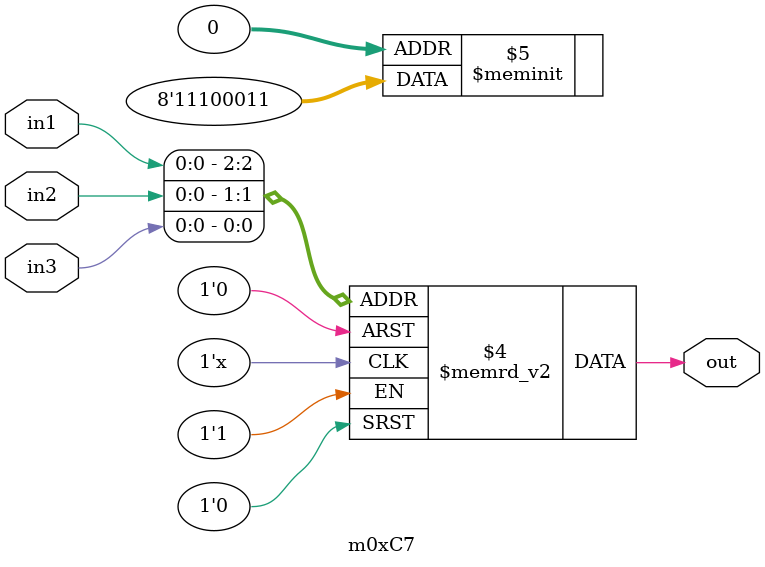
<source format=v>
module m0xC7(output out, input in1, in2, in3);

   always @(in1, in2, in3)
     begin
        case({in1, in2, in3})
          3'b000: {out} = 1'b1;
          3'b001: {out} = 1'b1;
          3'b010: {out} = 1'b0;
          3'b011: {out} = 1'b0;
          3'b100: {out} = 1'b0;
          3'b101: {out} = 1'b1;
          3'b110: {out} = 1'b1;
          3'b111: {out} = 1'b1;
        endcase // case ({in1, in2, in3})
     end // always @ (in1, in2, in3)

endmodule // m0xC7
</source>
